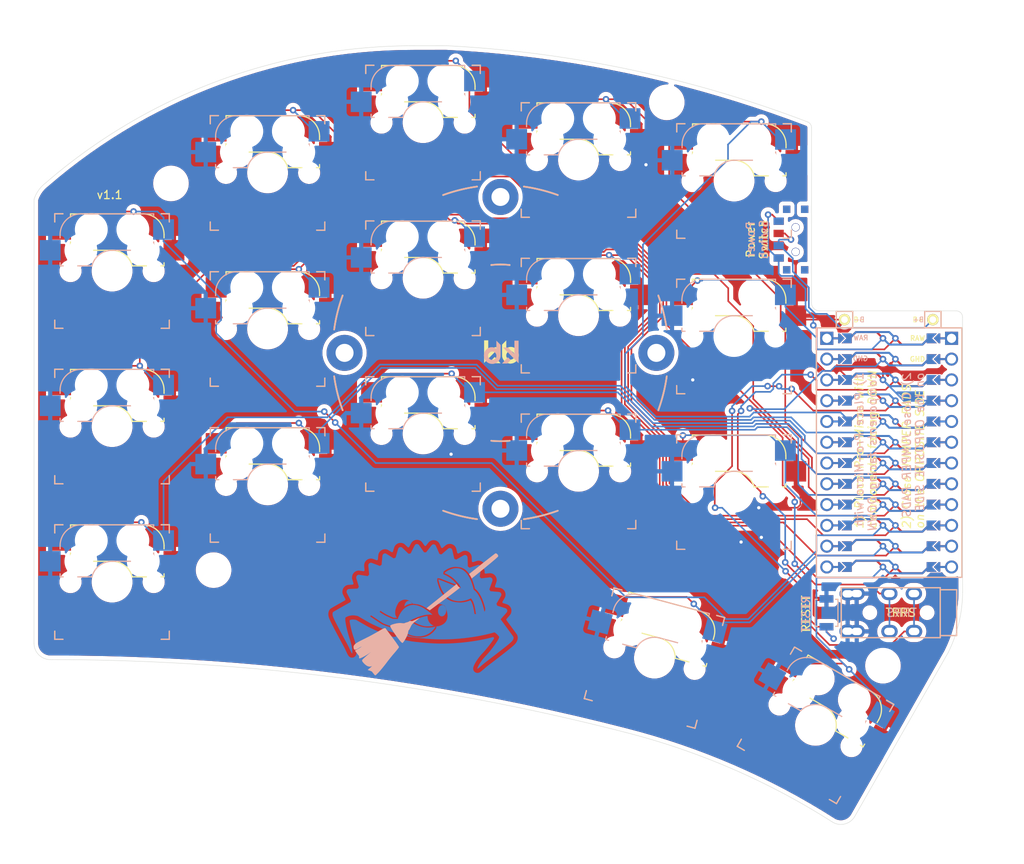
<source format=kicad_pcb>
(kicad_pcb (version 20211014) (generator pcbnew)
  (layers (0 "F.Cu" signal) (31 "B.Cu" signal) (34 "B.Paste" user) (35 "F.Paste" user) (36 "B.SilkS" user "B.Silkscreen") (37 "F.SilkS" user "F.Silkscreen") (38 "B.Mask" user) (39 "F.Mask" user) (44 "Edge.Cuts" user))
  (net 0 "")
  (net 1 "gnd")
  (net 2 "vcc")
  (net 3 "Switch18")
  (net 4 "reset")
  (net 5 "Switch1")
  (net 6 "Switch2")
  (net 7 "Switch3")
  (net 8 "Switch4")
  (net 9 "Switch5")
  (net 10 "Switch6")
  (net 11 "Switch7")
  (net 12 "Switch8")
  (net 13 "Switch9")
  (net 14 "Switch10")
  (net 15 "Switch11")
  (net 16 "Switch12")
  (net 17 "Switch13")
  (net 18 "Switch14")
  (net 19 "Switch15")
  (net 20 "Switch16")
  (net 21 "Switch17")
  (net 22 "raw")
  (net 23 "BT+_r")
  (net 24 "Net-(SW_POWERR1-Pad1)")
  (footprint "kbd:1pin_conn" (layer "F.Cu") (at 145.288 82.931)
    (fp_text reference "Bat+r1" hide)
    (fp_text value "MountingHole_Pad" hide)
  )
  (footprint "kbd:1pin_conn" (layer "F.Cu") (at 134.493 82.931)
    (fp_text reference "BatGND1" hide)
    (fp_text value "MountingHole_Pad" hide)
  )
  (footprint "Keyswitches by Daprice:Kailh_socket_MX_reversible_sameside" (layer "F.Cu") (at 45 77)
    (fp_text reference "SW2" hide)
    (fp_text value "SW_Push" hide)
  )
  (footprint "Keyswitches by Daprice:Kailh_socket_MX_reversible_sameside" (layer "F.Cu") (at 64 65)
    (fp_text reference "SW3" hide)
    (fp_text value "SW_Push" hide)
  )
  (footprint "Keyswitches by Daprice:Kailh_socket_MX_reversible_sameside" (layer "F.Cu") (at 83 58.86)
    (fp_text reference "SW4" hide)
    (fp_text value "SW_Push" hide)
  )
  (footprint "Keyswitches by Daprice:Kailh_socket_MX_reversible_sameside" (layer "F.Cu") (at 101.994 63.432)
    (fp_text reference "SW5" hide)
    (fp_text value "SW_Push" hide)
  )
  (footprint "Keyswitches by Daprice:Kailh_socket_MX_reversible_sameside" (layer "F.Cu") (at 121 66)
    (fp_text reference "SW6" hide)
    (fp_text value "SW_Push" hide)
  )
  (footprint "Keyswitches by Daprice:Kailh_socket_MX_reversible_sameside" (layer "F.Cu") (at 45 96)
    (fp_text reference "SW8" hide)
    (fp_text value "SW_Push" hide)
  )
  (footprint "Keyswitches by Daprice:Kailh_socket_MX_reversible_sameside" (layer "F.Cu") (at 64 84.074)
    (fp_text reference "SW9" hide)
    (fp_text value "SW_Push" hide)
  )
  (footprint "Keyswitches by Daprice:Kailh_socket_MX_reversible_sameside" (layer "F.Cu") (at 83 77.878)
    (fp_text reference "SW10" hide)
    (fp_text value "SW_Push" hide)
  )
  (footprint "Keyswitches by Daprice:Kailh_socket_MX_reversible_sameside" (layer "F.Cu") (at 102 82.45)
    (fp_text reference "SW11" hide)
    (fp_text value "SW_Push" hide)
  )
  (footprint "Keyswitches by Daprice:Kailh_socket_MX_reversible_sameside" (layer "F.Cu") (at 120.98 84.99)
    (fp_text reference "SW12" hide)
    (fp_text value "SW_Push" hide)
  )
  (footprint "Keyswitches by Daprice:Kailh_socket_MX_reversible_sameside" (layer "F.Cu") (at 45 115)
    (fp_text reference "SW14" hide)
    (fp_text value "SW_Push" hide)
  )
  (footprint "Keyswitches by Daprice:Kailh_socket_MX_reversible_sameside" (layer "F.Cu") (at 64.008 103.124)
    (fp_text reference "SW15" hide)
    (fp_text value "SW_Push" hide)
  )
  (footprint "Keyswitches by Daprice:Kailh_socket_MX_reversible_sameside" (layer "F.Cu") (at 102 101.468)
    (fp_text reference "SW17" hide)
    (fp_text value "SW_Push" hide)
  )
  (footprint "Keyswitches by Daprice:Kailh_socket_MX_reversible_sameside" (layer "F.Cu") (at 130.95 132.504 -30)
    (fp_text reference "SW20" hide)
    (fp_text value "SW_Push" hide)
  )
  (footprint "Keyswitches by Daprice:Kailh_socket_MX_reversible_sameside" (layer "F.Cu") (at 111.272 124.288 -15)
    (fp_text reference "SW21" hide)
    (fp_text value "SW_Push" hide)
  )
  (footprint "kbd:Tenting_Puck2" (layer "F.Cu") (at 92.456 86.995)
    (fp_text reference "REF**")
    (fp_text value "Tenting Puck")
  )
  (footprint "kbd:SW_SPST_B3U-1000P" (layer "F.Cu") (at 132.291 118.758 -90)
    (fp_text reference "RST_B" hide)
    (fp_text value "SW_Push")
  )
  (footprint "Keyswitches by Daprice:Kailh_socket_MX_reversible_sameside" (layer "F.Cu") (at 120.98 104.008)
    (fp_text reference "SW18" hide)
    (fp_text value "SW_Push" hide)
  )
  (footprint "Promicro-Jumpers:ProMicro_facedown" (layer "F.Cu") (at 139.954 99.187 -90)
    (fp_text reference "U1" hide)
    (fp_text value "ProMicro-kbd" hide)
  )
  (footprint "Kailh:TRRS-PJ-DPB2" (layer "F.Cu") (at 146.19 118.734 -90)
    (fp_text reference "J2")
    (fp_text value "AudioJack4dpb" hide)
  )
  (footprint "Keyswitches by Daprice:Kailh_socket_MX_reversible_sameside" (layer "F.Cu") (at 83 96.896)
    (fp_text reference "SW16" hide)
    (fp_text value "SW_Push" hide)
  )
  (footprint "duckyb-footprints:MountingHole_3.35mm" (layer "F.Cu") (at 52.197 66.294)
    (fp_text reference "Mounting 04" hide)
    (fp_text value "MountingHole_3.35mm")
  )
  (footprint "duckyb-footprints:MountingHole_3.35mm" (layer "F.Cu") (at 57.404 113.538)
    (fp_text reference "Mounting 03" hide)
    (fp_text value "MountingHole_3.35mm")
  )
  (footprint "Kailh:SPDT_C128955r" (layer "F.Cu") (at 128.524 73.152 -90)
    (fp_text reference "SW_POWERR_BK" hide)
    (fp_text value "SW_SPDT")
  )
  (footprint "duckyb-footprints:MountingHole_3.35mm" (layer "F.Cu") (at 139.192 125.222)
    (fp_text reference "Mounting 02" hide)
    (fp_text value "MountingHole_3.35mm")
  )
  (footprint "duckyb-footprints:MountingHole_3.35mm" (layer "F.Cu") (at 112.776 56.388)
    (fp_text reference "Mounting 01" hide)
    (fp_text value "MountingHole_3.35mm")
  )
  (footprint "Kailh:SPDT_C128955" (layer "B.Cu") (at 128.524 73.152 90)
    (fp_text reference "SW_POWERR1" hide)
    (fp_text value "SW_SPDT")
  )
  (footprint "kbd:SW_SPST_B3U-1000P" (layer "B.Cu") (at 132.289 118.758 -90)
    (fp_text reference "RST_F" hide)
    (fp_text value "SW_Push")
  )
  (footprint "Kailh:ferris_broom" (layer "B.Cu") (at 84.455 118.745 173)
    (fp_text reference "G***" hide)
    (fp_text value "LOGO" hide)
  )
  (gr_arc (start 148.162 81.866) (mid 148.69233 82.08567) (end 148.912 82.616) (layer "Edge.Cuts") (width 0.05))
  (gr_line (start 131.458 81.868917) (end 148.162 81.866) (layer "Edge.Cuts") (width 0.05))
  (gr_line (start 147.161679 123.613657) (end 135.71 143.699265) (layer "Edge.Cuts") (width 0.05))
  (gr_arc (start 148.924 116.248) (mid 148.462831 120.031316) (end 147.161679 123.613657) (layer "Edge.Cuts") (width 0.05))
  (gr_line (start 148.912 82.616) (end 148.912 113.7285) (layer "Edge.Cuts") (width 0.05))
  (gr_line (start 148.912 113.7285) (end 148.924 116.248) (layer "Edge.Cuts") (width 0.05))
  (gr_arc (start 131.458 81.868917) (mid 130.750893 81.576024) (end 130.458 80.868917) (layer "Edge.Cuts") (width 0.05))
  (gr_line (start 130.458 80.868917) (end 130.463 59.473) (layer "Edge.Cuts") (width 0.05))
  (gr_arc (start 35.465859 68.23732) (mid 36.022742 67.119147) (end 36.893 66.223) (layer "Edge.Cuts") (width 0.05))
  (gr_arc (start 85.843227 49.463504) (mid 108.303644 52.385453) (end 130.028245 58.79247) (layer "Edge.Cuts") (width 0.05))
  (gr_line (start 37.768 124.474571) (end 37.493002 124.473917) (layer "Edge.Cuts") (width 0.05))
  (gr_arc (start 107.797707 133.384137) (mid 120.821222 137.841207) (end 132.978 144.298) (layer "Edge.Cuts") (width 0.05))
  (gr_arc (start 37.768 124.474571) (mid 73.062876 126.72836) (end 107.797707 133.384137) (layer "Edge.Cuts") (width 0.05))
  (gr_arc (start 37.493002 124.473917) (mid 36.080534 123.924716) (end 35.458001 122.542999) (layer "Edge.Cuts") (width 0.05))
  (gr_arc (start 135.71 143.699265) (mid 134.468995 144.56898) (end 132.978 144.298) (layer "Edge.Cuts") (width 0.05))
  (gr_arc (start 130.028245 58.79247) (mid 130.345034 59.069226) (end 130.463 59.473) (layer "Edge.Cuts") (width 0.05))
  (gr_line (start 35.465859 68.23732) (end 35.458001 122.542999) (layer "Edge.Cuts") (width 0.05))
  (gr_line (start 85.843227 49.463504) (end 81.868 49.468) (layer "Edge.Cuts") (width 0.05))
  (gr_arc (start 36.893 66.223) (mid 57.870705 53.792798) (end 81.868 49.468) (layer "Edge.Cuts") (width 0.05))
  (gr_text "1) Place Pro-Micro with\ncomponents facing DOWN" (at 137.102 89.281 90) (layer "B.SilkS") (effects (font (size 1 1) (thickness 0.15) italic) (justify left mirror)))
  (gr_text "2) Close JUMPER PADS\non the OPPOSITE SIDE" (at 142.902 89.281 90) (layer "B.SilkS") (effects (font (size 1 1) (thickness 0.15) italic) (justify left mirror)))
  (gr_text "B+" (at 143.51 82.931) (layer "B.SilkS") (effects (font (size 0.6 0.6) (thickness 0.1)) (justify mirror)))
  (gr_text "Power\nSwitch" (at 123.825 73.152 90) (layer "B.SilkS") (effects (font (size 1 1)) (justify mirror)))
  (gr_text "GND" (at 135.4455 87.6935) (layer "B.SilkS") (effects (font (size 0.6 0.6) (thickness 0.12)) (justify right mirror)))
  (gr_text "RAW" (at 135.509 85.1535) (layer "B.SilkS") (effects (font (size 0.6 0.6) (thickness 0.12)) (justify right mirror)))
  (gr_text "B-" (at 136.271 82.931) (layer "B.SilkS") (effects (font (size 0.6 0.6) (thickness 0.1)) (justify mirror)))
  (gr_text "GND" (at 144.399 87.757) (layer "F.SilkS") (effects (font (size 0.6 0.6) (thickness 0.12)) (justify right)))
  (gr_text "B+" (at 143.51 82.931) (layer "F.SilkS") (effects (font (size 0.6 0.6) (thickness 0.1))))
  (gr_text "1) Place Pro-Micro with\ncomponents facing DOWN" (at 137.102 108.585 90) (layer "F.SilkS") (effects (font (size 1 1) (thickness 0.15) italic) (justify left)))
  (gr_text "v1.1" (at 44.704 67.691) (layer "F.SilkS") (effects (font (size 1 1))))
  (gr_text "2) Close JUMPER PADS\non the OPPOSITE SIDE" (at 142.902 108.585 90) (layer "F.SilkS") (effects (font (size 1 1) (thickness 0.15) italic) (justify left)))
  (gr_text "B-" (at 136.271 82.931) (layer "F.SilkS") (effects (font (size 0.6 0.6) (thickness 0.1))))
  (gr_text "Power\nSwitch" (at 123.825 73.152 90) (layer "F.SilkS") (effects (font (size 1 1))))
  (gr_text "RAW" (at 144.399 85.217) (layer "F.SilkS") (effects (font (size 0.6 0.6) (thickness 0.12)) (justify right)))
  (segment (start 128.54 101.468) (end 128.54 102.918) (width 0.2) (layer "F.Cu") (net 1))
  (segment (start 129.021 82.931) (end 128.54 82.45) (width 0.2) (layer "F.Cu") (net 1))
  (segment (start 139.192 89.281) (end 139.192 90.297) (width 0.2) (layer "F.Cu") (net 1))
  (segment (start 132.122999 89.196999) (end 134.027999 89.196999) (width 0.2) (layer "F.Cu") (net 1))
  (segment (start 128.54 102.918) (end 129.110026 103.488026) (width 0.2) (layer "F.Cu") (net 1))
  (segment (start 129.110026 103.488026) (end 129.110026 105.542476) (width 0.2) (layer "F.Cu") (net 1))
  (segment (start 128.54 82.45) (end 128.54 85.614) (width 0.2) (layer "F.Cu") (net 1))
  (segment (start 134.493 82.931) (end 129.021 82.931) (width 0.2) (layer "F.Cu") (net 1))
  (segment (start 128.734502 105.918) (end 124.0155 105.918) (width 0.2) (layer "F.Cu") (net 1))
  (segment (start 129.110026 105.542476) (end 128.734502 105.918) (width 0.2) (layer "F.Cu") (net 1))
  (segment (start 128.54 85.614) (end 132.122999 89.196999) (width 0.2) (layer "F.Cu") (net 1))
  (segment (start 140.716 87.757) (end 139.192 89.281) (width 0.2) (layer "F.Cu") (net 1))
  (segment (start 134.027999 89.196999) (end 135.128 90.297) (width 0.2) (layer "F.Cu") (net 1))
  (via (at 110.236 64.008) (size 0.8) (drill 0.4) (layers "F.Cu" "B.Cu") (net 1))
  (via (at 121.8565 110.109) (size 0.8) (drill 0.4) (layers "F.Cu" "B.Cu") (net 1))
  (via (at 86.4235 99.3775) (size 0.8) (drill 0.4) (layers "F.Cu" "B.Cu") (net 1))
  (via (at 124.0155 105.918) (size 0.8) (drill 0.4) (layers "F.Cu" "B.Cu") (net 1))
  (via (at 115.951 90.297) (size 0.8) (drill 0.4) (layers "F.Cu" "B.Cu") (net 1))
  (via (at 124.333 109.5375) (size 0.8) (drill 0.4) (layers "F.Cu" "B.Cu") (net 1))
  (segment (start 124.0155 109.22) (end 124.333 109.5375) (width 0.2) (layer "B.Cu") (net 1))
  (segment (start 139.192 90.297) (end 141.732 92.837) (width 0.2) (layer "B.Cu") (net 1))
  (segment (start 141.732 92.837) (end 144.78 92.837) (width 0.2) (layer "B.Cu") (net 1))
  (segment (start 124.0155 105.918) (end 124.0155 109.22) (width 0.2) (layer "B.Cu") (net 1))
  (segment (start 132.674998 122.682) (end 140.142 122.682) (width 0.2) (layer "F.Cu") (net 2))
  (segment (start 120.756533 94.08796) (end 120.756533 100.836493) (width 0.2) (layer "F.Cu") (net 2))
  (segment (start 141.79 121.034) (end 142.99 121.034) (width 0.2) (layer "F.Cu") (net 2))
  (segment (start 131.064 94.0435) (end 130.683 94.0435) (width 0.2) (layer "F.Cu") (net 2))
  (segment (start 118.636579 102.956447) (end 118.636579 105.873079) (width 0.2) (layer "F.Cu") (net 2))
  (segment (start 127.295246 113.674149) (end 129.58449 115.963393) (width 0.2) (layer "F.Cu") (net 2))
  (segment (start 118.636579 105.873079) (end 118.6815 105.918) (width 0.2) (layer "F.Cu") (net 2))
  (segment (start 125.107129 91.071129) (end 125.095 91.059) (width 0.2) (layer "F.Cu") (net 2))
  (segment (start 140.142 122.682) (end 141.79 121.034) (width 0.2) (layer "F.Cu") (net 2))
  (segment (start 120.756533 100.836493) (end 118.636579 102.956447) (width 0.2) (layer "F.Cu") (net 2))
  (segment (start 139.5095 94.0435) (end 131.064 94.0435) (width 0.2) (layer "F.Cu") (net 2))
  (segment (start 130.683 94.0435) (end 128.043425 91.403925) (width 0.2) (layer "F.Cu") (net 2))
  (segment (start 126.495012 91.071129) (end 125.107129 91.071129) (width 0.2) (layer "F.Cu") (net 2))
  (segment (start 129.58449 119.591492) (end 132.674998 122.682) (width 0.2) (layer "F.Cu") (net 2))
  (segment (start 140.716 92.837) (end 139.5095 94.0435) (width 0.2) (layer "F.Cu") (net 2))
  (segment (start 129.58449 115.963393) (end 129.58449 119.591492) (width 0.2) (layer "F.Cu") (net 2))
  (via (at 125.095 91.059) (size 0.8) (drill 0.4) (layers "F.Cu" "B.Cu") (net 2))
  (via (at 126.495012 91.071129) (size 0.8) (drill 0.4) (layers "F.Cu" "B.Cu") (net 2))
  (via (at 128.043425 91.403925) (size 0.8) (drill 0.4) (layers "F.Cu" "B.Cu") (net 2))
  (via (at 120.756533 94.08796) (size 0.8) (drill 0.4) (layers "F.Cu" "B.Cu") (net 2))
  (via (at 127.295246 113.674149) (size 0.8) (drill 0.4) (layers "F.Cu" "B.Cu") (net 2))
  (via (at 118.6815 105.918) (size 0.8) (drill 0.4) (layers "F.Cu" "B.Cu") (net 2))
  (segment (start 142.99 121.034) (end 142.99 116.424) (width 0.2) (layer "B.Cu") (net 2))
  (segment (start 119.539097 105.918) (end 127.295246 113.674149) (width 0.2) (layer "B.Cu") (net 2))
  (segment (start 120.756533 93.522275) (end 123.219808 91.059) (width 0.2) (layer "B.Cu") (net 2))
  (segment (start 142.99 116.424) (end 142.97 116.404) (width 0.2) (layer "B.Cu") (net 2))
  (segment (start 123.219808 91.059) (end 124.529315 91.059) (width 0.2) (layer "B.Cu") (net 2))
  (segment (start 124.529315 91.059) (end 125.095 91.059) (width 0.2) (layer "B.Cu") (net 2))
  (segment (start 118.6815 105.918) (end 119.539097 105.918) (width 0.2) (layer "B.Cu") (net 2))
  (segment (start 126.827808 91.403925) (end 126.495012 91.071129) (width 0.2) (layer "B.Cu") (net 2))
  (segment (start 128.043425 91.403925) (end 126.827808 91.403925) (width 0.2) (layer "B.Cu") (net 2))
  (segment (start 120.756533 94.08796) (end 120.756533 93.522275) (width 0.2) (layer "B.Cu") (net 2))
  (segment (start 128.410025 104.64079) (end 126.9365 103.167265) (width 0.2) (layer "F.Cu") (net 3))
  (segment (start 128.410025 105.206475) (end 128.410025 104.64079) (width 0.2) (layer "F.Cu") (net 3))
  (segment (start 123.363201 93.772201) (end 122.919251 93.772201) (width 0.2) (layer "F.Cu") (net 3))
  (segment (start 128.410025 112.762975) (end 130.95104 115.30399) (width 0.2) (layer "F.Cu") (net 3))
  (segment (start 130.95104 115.30399) (end 137.66999 115.30399) (width 0.2) (layer "F.Cu") (net 3))
  (segment (start 138.77 116.404) (end 139.97 116.404) (width 0.2) (layer "F.Cu") (net 3))
  (segment (start 126.9365 97.3455) (end 123.363201 93.772201) (width 0.2) (layer "F.Cu") (net 3))
  (segment (start 126.9365 103.167265) (end 126.9365 97.3455) (width 0.2) (layer "F.Cu") (net 3))
  (segment (start 137.66999 115.30399) (end 138.77 116.404) (width 0.2) (layer "F.Cu") (net 3))
  (via (at 122.919251 93.772201) (size 0.8) (drill 0.4) (layers "F.Cu" "B.Cu") (net 3))
  (via (at 128.410025 112.762975) (size 0.8) (drill 0.4) (layers "F.Cu" "B.Cu") (net 3))
  (via (at 128.410025 105.206475) (size 0.8) (drill 0.4) (layers "F.Cu" "B.Cu") (net 3))
  (segment (start 139.99 121.034) (end 139.99 116.424) (width 0.2) (layer "B.Cu") (net 3))
  (segment (start 128.410025 112.762975) (end 128.410025 105.206475) (width 0.2) (layer "B.Cu") (net 3))
  (segment (start 138.29199 88.65701) (end 133.33899 88.65701) (width 0.2) (layer "B.Cu") (net 3))
  (segment (start 132.799001 89.196999) (end 131.805999 89.196999) (width 0.2) (layer "B.Cu") (net 3))
  (segment (start 123.024039 93.876989) (end 127.126009 93.876989) (width 0.2) (layer "B.Cu") (net 3))
  (segment (start 133.33899 88.65701) (end 132.799001 89.196999) (width 0.2) (layer "B.Cu") (net 3))
  (segment (start 139.99 116.424) (end 139.97 116.404) (width 0.2) (layer "B.Cu") (net 3))
  (segment (start 122.919251 93.772201) (end 123.024039 93.876989) (width 0.2) (layer "B.Cu") (net 3))
  (segment (start 131.805999 89.196999) (end 127.126009 93.876989) (width 0.2) (layer "B.Cu") (net 3))
  (segment (start 139.192 87.757) (end 138.29199 88.65701) (width 0.2) (layer "B.Cu") (net 3))
  (segment (start 129.9845 119.3165) (end 131.126 120.458) (width 0.2) (layer "F.Cu") (net 4))
  (segment (start 131.126 120.458) (end 132.291 120.458) (width 0.2) (layer "F.Cu") (net 4))
  (segment (start 132.291 120.458) (end 132.291 121.0515) (width 0.2) (layer "F.Cu") (net 4))
  (segment (start 139.5095 91.5035) (end 131.064 91.5035) (width 0.2) (layer "F.Cu") (net 4))
  (segment (start 131.064 90.3605) (end 130.358274 89.654774) (width 0.2) (layer "F.Cu") (net 4))
  (segment (start 124.254797 104.264997) (end 124.254797 103.960197) (width 0.2) (layer "F.Cu") (net 4))
  (segment (start 140.716 90.297) (end 139.5095 91.5035) (width 0.2) (layer "F.Cu") (net 4))
  (segment (start 124.254797 103.960197) (end 121.456501 101.161901) (width 0.2) (layer "F.Cu") (net 4))
  (segment (start 129.9845 115.373452) (end 129.9845 119.3165) (width 0.2) (layer "F.Cu") (net 4))
  (segment (start 127.248922 112.591822) (end 127.248922 112.637874) (width 0.2) (layer "F.Cu") (net 4))
  (segment (start 124.5108 104.521) (end 124.254797 104.264997) (width 0.2) (layer "F.Cu") (net 4))
  (segment (start 132.291 121.0515) (end 133.1595 121.92) (width 0.2) (layer "F.Cu") (net 4))
  (segment (start 131.064 91.5035) (end 131.064 90.3605) (width 0.2) (layer "F.Cu") (net 4))
  (segment (start 121.456501 94.487959) (end 121.8565 94.08796) (width 0.2) (layer "F.Cu") (net 4))
  (segment (start 121.456501 101.161901) (end 121.456501 94.487959) (width 0.2) (layer "F.Cu") (net 4))
  (segment (start 127.248922 112.637874) (end 129.9845 115.373452) (width 0.2) (layer "F.Cu") (net 4))
  (via (at 133.1595 121.92) (size 0.8) (drill 0.4) (layers "F.Cu" "B.Cu") (net 4))
  (via (at 130.358274 89.654774) (size 0.8) (drill 0.4) (layers "F.Cu" "B.Cu") (net 4))
  (via (at 124.5108 104.521) (size 0.8) (drill 0.4) (layers "F.Cu" "B.Cu") (net 4))
  (via (at 127.248922 112.591822) (size 0.8) (drill 0.4) (layers "F.Cu" "B.Cu") (net 4))
  (via (at 121.8565 94.08796) (size 0.8) (drill 0.4) (layers "F.Cu" "B.Cu") (net 4))
  (segment (start 125.431002 91.759002) (end 123.619773 91.759002) (width 0.2) (layer "B.Cu") (net 4))
  (segment (start 127.248922 106.963436) (end 127.248922 112.591822) (width 0.2) (layer "B.Cu") (net 4))
  (segment (start 132.289 121.108) (end 132.289 120.458) (width 0.2) (layer "B.Cu") (net 4))
  (segment (start 132.701001 121.520001) (end 132.289 121.108) (width 0.2) (layer "B.Cu") (net 4))
  (segment (start 132.759501 121.520001) (end 132.701001 121.520001) (width 0.2) (layer "B.Cu") (net 4))
  (segment (start 125.795002 91.395002) (end 125.431002 91.759002) (width 0.2) (layer "B.Cu") (net 4))
  (segment (start 125.795002 90.722998) (end 125.795002 91.395002) (width 0.2) (layer "B.Cu") (net 4))
  (segment (start 124.806486 104.521) (end 127.248922 106.963436) (width 0.2) (layer "B.Cu") (net 4))
  (segment (start 121.8565 93.522275) (end 121.8565 94.08796) (width 0.2) (layer "B.Cu") (net 4))
  (segment (start 124.5108 104.521) (end 124.806486 104.521) (width 0.2) (layer "B.Cu") (net 4))
  (segment (start 130.358274 89.654774) (end 126.863226 89.654774) (width 0.2) (layer "B.Cu") (net 4))
  (segment (start 126.863226 89.654774) (end 125.795002 90.722998) (width 0.2) (layer "B.Cu") (net 4))
  (segment (start 133.1595 121.92) (end 132.759501 121.520001) (width 0.2) (layer "B.Cu") (net 4))
  (segment (start 123.619773 91.759002) (end 121.8565 93.522275) (width 0.2) (layer "B.Cu") (net 4))
  (segment (start 38.71 71.92) (end 38.735 71.92) (width 0.2) (layer "F.Cu") (net 5))
  (segment (start 38.735 71.92) (end 40.932 69.723) (width 0.2) (layer "F.Cu") (net 5))
  (segment (start 70.9295 94.167499) (end 70.9295 94.1705) (width 0.2) (layer "F.Cu") (net 5))
  (segment (start 70.9295 94.1705) (end 72.263 95.504) (width 0.2) (layer "F.Cu") (net 5))
  (segment (start 40.932 69.723) (end 47.625 69.723) (width 0.2) (layer "F.Cu") (net 5))
  (via (at 47.625 69.723) (size 0.8) (drill 0.4) (layers "F.Cu" "B.Cu") (net 5))
  (via (at 72.263 95.504) (size 0.8) (drill 0.4) (layers "F.Cu" "B.Cu") (net 5))
  (via (at 70.9295 94.167499) (size 0.8) (drill 0.4) (layers "F.Cu" "B.Cu") (net 5))
  (segment (start 51.29 71.92) (end 51.29 73.37) (width 0.2) (layer "B.Cu") (net 5))
  (segment (start 107.7849 116.8654) (end 117.375578 116.8654) (width 0.2) (layer "B.Cu") (net 5))
  (segment (start 58.3184 80.3984) (end 58.3184 82.977947) (width 0.2) (layer "B.Cu") (net 5))
  (segment (start 57.719579 84.576913) (end 67.310165 94.167499) (width 0.2) (layer "B.Cu") (net 5))
  (segment (start 58.3184 82.977947) (end 57.719579 83.576768) (width 0.2) (layer "B.Cu") (net 5))
  (segment (start 122.740573 119.517729) (end 131.064 111.194302) (width 0.2) (layer "B.Cu") (net 5))
  (segment (start 50.543 69.723) (end 51.29 70.47) (width 0.2) (layer "B.Cu") (net 5))
  (segment (start 117.375578 116.8654) (end 120.027907 119.517729) (width 0.2) (layer "B.Cu") (net 5))
  (segment (start 57.719579 83.576768) (end 57.719579 84.576913) (width 0.2) (layer "B.Cu") (net 5))
  (segment (start 131.064 109.2835) (end 137.9855 109.2835) (width 0.2) (layer "B.Cu") (net 5))
  (segment (start 77.216 100.457) (end 91.3765 100.457) (width 0.2) (layer "B.Cu") (net 5))
  (segment (start 51.29 70.47) (end 51.29 71.92) (width 0.2) (layer "B.Cu") (net 5))
  (segment (start 51.29 73.37) (end 58.3184 80.3984) (width 0.2) (layer "B.Cu") (net 5))
  (segment (start 47.625 69.723) (end 50.543 69.723) (width 0.2) (layer "B.Cu") (net 5))
  (segment (start 72.263 95.504) (end 77.216 100.457) (width 0.2) (layer "B.Cu") (net 5))
  (segment (start 137.9855 109.2835) (end 139.192 108.077) (width 0.2) (layer "B.Cu") (net 5))
  (segment (start 120.027907 119.517729) (end 122.740573 119.517729) (width 0.2) (layer "B.Cu") (net 5))
  (segment (start 91.3765 100.457) (end 107.7849 116.8654) (width 0.2) (layer "B.Cu") (net 5))
  (segment (start 131.064 111.194302) (end 131.064 109.2835) (width 0.2) (layer "B.Cu") (net 5))
  (segment (start 67.310165 94.167499) (end 70.9295 94.167499) (width 0.2) (layer "B.Cu") (net 5))
  (segment (start 60.3145 57.3405) (end 67.1195 57.3405) (width 0.2) (layer "F.Cu") (net 6))
  (segment (start 139.36301 104.34999) (end 131.08349 104.34999) (width 0.2) (layer "F.Cu") (net 6))
  (segment (start 140.716 102.997) (end 139.36301 104.34999) (width 0.2) (layer "F.Cu") (net 6))
  (segment (start 77.20999 65.044988) (end 69.505502 57.3405) (width 0.2) (layer "F.Cu") (net 6))
  (segment (start 131.08349 104.34999) (end 130.115001 103.381501) (width 0.2) (layer "F.Cu") (net 6))
  (segment (start 120.329166 91.1225) (end 112.735041 83.528375) (width 0.2) (layer "F.Cu") (net 6))
  (segment (start 121.2792 91.1225) (end 120.329166 91.1225) (width 0.2) (layer "F.Cu") (net 6))
  (segment (start 108.134766 73.156969) (end 101.93367 73.156969) (width 0.2) (layer "F.Cu") (net 6))
  (segment (start 130.115001 103.381501) (end 130.115001 99.958301) (width 0.2) (layer "F.Cu") (net 6))
  (segment (start 67.685185 57.3405) (end 67.1195 57.3405) (width 0.2) (layer "F.Cu") (net 6))
  (segment (start 112.735041 83.528375) (end 112.735041 77.757244) (width 0.2) (layer "F.Cu") (net 6))
  (segment (start 93.82169 65.044988) (end 77.20999 65.044988) (width 0.2) (layer "F.Cu") (net 6))
  (segment (start 112.735041 77.757244) (end 108.134766 73.156969) (width 0.2) (layer "F.Cu") (net 6))
  (segment (start 57.735 59.92) (end 60.3145 57.3405) (width 0.2) (layer "F.Cu") (net 6))
  (segment (start 130.115001 99.958301) (end 121.2792 91.1225) (width 0.2) (layer "F.Cu") (net 6))
  (segment (start 69.505502 57.3405) (end 67.685185 57.3405) (width 0.2) (layer "F.Cu") (net 6))
  (segment (start 57.71 59.92) (end 57.735 59.92) (width 0.2) (layer "F.Cu") (net 6))
  (segment (start 101.93367 73.156969) (end 93.82169 65.044988) (width 0.2) (layer "F.Cu") (net 6))
  (via (at 67.1195 57.3405) (size 0.8) (drill 0.4) (layers "F.Cu" "B.Cu") (net 6))
  (segment (start 67.1195 57.3405) (end 69.699 59.92) (width 0.2) (layer "B.Cu") (net 6))
  (segment (start 69.699 59.92) (end 70.29 59.92) (width 0.2) (layer "B.Cu") (net 6))
  (segment (start 131.08349 101.80999) (end 130.515012 101.241512) (width 0.2) (layer "F.Cu") (net 7))
  (segment (start 76.71 53.78) (end 76.735 53.78) (width 0.2) (layer "F.Cu") (net 7))
  (segment (start 76.735 53.78) (end 79.207 51.308) (width 0.2) (layer "F.Cu") (net 7))
  (segment (start 139.36301 101.80999) (end 131.08349 101.80999) (width 0.2) (layer "F.Cu") (net 7))
  (segment (start 120.289521 80.676098) (end 120.289521 79.095519) (width 0.2) (layer "F.Cu") (net 7))
  (segment (start 103.931956 72.756958) (end 88.659521 57.484523) (width 0.2) (layer "F.Cu") (net 7))
  (segment (start 88.659521 52.972521) (end 86.995 51.308) (width 0.2) (layer "F.Cu") (net 7))
  (segment (start 120.289521 79.095519) (end 118.551236 77.357234) (width 0.2) (layer "F.Cu") (net 7))
  (segment (start 130.515012 101.241512) (end 130.515012 99.792612) (width 0.2) (layer "F.Cu") (net 7))
  (segment (start 79.207 51.308) (end 86.995 51.308) (width 0.2) (layer "F.Cu") (net 7))
  (segment (start 140.716 100.457) (end 139.36301 101.80999) (width 0.2) (layer "F.Cu") (net 7))
  (segment (start 130.515012 99.792612) (end 123.3424 92.62) (width 0.2) (layer "F.Cu") (net 7))
  (segment (start 123.3424 92.62) (end 123.3424 83.728977) (width 0.2) (layer "F.Cu") (net 7))
  (segment (start 108.300455 72.756958) (end 103.931956 72.756958) (width 0.2) (layer "F.Cu") (net 7))
  (segment (start 118.551236 77.357234) (end 112.90073 77.357233) (width 0.2) (layer "F.Cu") (net 7))
  (segment (start 88.659521 57.484523) (end 88.659521 52.972521) (width 0.2) (layer "F.Cu") (net 7))
  (segment (start 123.3424 83.728977) (end 120.289521 80.676098) (width 0.2) (layer "F.Cu") (net 7))
  (segment (start 112.90073 77.357233) (end 108.300455 72.756958) (width 0.2) (layer "F.Cu") (net 7))
  (via (at 86.995 51.308) (size 0.8) (drill 0.4) (layers "F.Cu" "B.Cu") (net 7))
  (segment (start 89.29 53.603) (end 89.29 53.78) (width 0.2) (layer "B.Cu") (net 7))
  (segment (start 86.995 51.308) (end 89.29 53.603) (width 0.2) (layer "B.Cu") (net 7))
  (segment (start 98.074 56.007) (end 105.3465 56.007) (width 0.2) (layer "F.Cu") (net 8))
  (segment (start 140.716 97.917) (end 139.36301 99.26999) (width 0.2) (layer "F.Cu") (net 8))
  (segment (start 127.260421 85.487232) (end 127.260421 84.309021) (width 0.2) (layer "F.Cu") (net 8))
  (segment (start 113.066418 66.792416) (end 113.066418 61.339416) (width 0.2) (layer "F.Cu") (net 8))
  (segment (start 95.729 58.352) (end 98.074 56.007) (width 0.2) (layer "F.Cu") (net 8))
  (segment (start 126.6952 80.421198) (end 113.066418 66.792416) (width 0.2) (layer "F.Cu") (net 8))
  (segment (start 127.260421 84.309021) (end 126.6952 83.7438) (width 0.2) (layer "F.Cu") (net 8))
  (segment (start 107.734002 56.007) (end 105.3465 56.007) (width 0.2) (layer "F.Cu") (net 8))
  (segment (start 139.36301 99.26999) (end 131.08349 99.26999) (width 0.2) (layer "F.Cu") (net 8))
  (segment (start 95.704 58.352) (end 95.729 58.352) (width 0.2) (layer "F.Cu") (net 8))
  (segment (start 126.6952 83.7438) (end 126.6952 80.421198) (width 0.2) (layer "F.Cu") (net 8))
  (segment (start 127.254 95.4405) (end 127.254 85.493653) (width 0.2) (layer "F.Cu") (net 8))
  (segment (start 113.066418 61.339416) (end 107.734002 56.007) (width 0.2) (layer "F.Cu") (net 8))
  (segment (start 127.254 85.493653) (end 127.260421 85.487232) (width 0.2) (layer "F.Cu") (net 8))
  (segment (start 131.08349 99.26999) (end 127.254 95.4405) (width 0.2) (layer "F.Cu") (net 8))
  (via (at 105.3465 56.007) (size 0.8) (drill 0.4) (layers "F.Cu" "B.Cu") (net 8))
  (segment (start 107.6915 58.352) (end 108.284 58.352) (width 0.2) (layer "B.Cu") (net 8))
  (segment (start 105.3465 56.007) (end 107.6915 58.352) (width 0.2) (layer "B.Cu") (net 8))
  (segment (start 116.9175 58.7375) (end 124.333 58.7375) (width 0.2) (layer "F.Cu") (net 9))
  (segment (start 114.735 60.92) (end 116.9175 58.7375) (width 0.2) (layer "F.Cu") (net 9))
  (segment (start 114.71 60.92) (end 114.735 60.92) (width 0.2) (layer "F.Cu") (net 9))
  (via (at 124.333 58.7375) (size 0.8) (drill 0.4) (layers "F.Cu" "B.Cu") (net 9))
  (segment (start 107.696 91.031902) (end 111.452058 94.78796) (width 0.2) (layer "B.Cu") (net 9))
  (segment (start 122.893244 94.78796) (end 123.404205 94.276999) (width 0.2) (layer "B.Cu") (net 9))
  (segment (start 109.865001 84.935997) (end 107.696 87.104998) (width 0.2) (layer "B.Cu") (net 9))
  (segment (start 124.333 58.7375) (end 123.058498 58.7375) (width 0.2) (layer "B.Cu") (net 9))
  (segment (start 123.058498 58.7375) (end 120.260001 61.535997) (width 0.2) (layer "B.Cu") (net 9))
  (segment (start 126.5155 60.92) (end 127.29 60.92) (width 0.2) (layer "B.Cu") (net 9))
  (segment (start 120.260001 63.376212) (end 109.865001 73.771212) (width 0.2) (layer "B.Cu") (net 9))
  (segment (start 111.452058 94.78796) (end 122.893244 94.78796) (width 0.2) (layer "B.Cu") (net 9))
  (segment (start 107.696 87.104998) (end 107.696 91.031902) (width 0.2) (layer "B.Cu") (net 9))
  (segment (start 134.027999 94.276999) (end 135.128 95.377) (width 0.2) (layer "B.Cu") (net 9))
  (segment (start 124.333 58.7375) (end 126.5155 60.92) (width 0.2) (layer "B.Cu") (net 9))
  (segment (start 123.404205 94.276999) (end 134.027999 94.276999) (width 0.2) (layer "B.Cu") (net 9))
  (segment (start 120.260001 61.535997) (end 120.260001 63.376212) (width 0.2) (layer "B.Cu") (net 9))
  (segment (start 109.865001 73.771212) (end 109.865001 84.935997) (width 0.2) (layer "B.Cu") (net 9))
  (segment (start 93.656001 65.444999) (end 101.767981 73.55698) (width 0.2) (layer "F.Cu") (net 10))
  (segment (start 38.71 90.92) (end 38.735 90.92) (width 0.2) (layer "F.Cu") (net 10))
  (segment (start 112.33503 77.922933) (end 112.33503 82.52907) (width 0.2) (layer "F.Cu") (net 10))
  (segment (start 139.36301 106.88999) (end 140.556902 105.696098) (width 0.2) (layer "F.Cu") (net 10))
  (segment (start 117.078657 106.88999) (end 139.36301 106.88999) (width 0.2) (layer "F.Cu") (net 10))
  (segment (start 108.458 92.964) (end 113.114999 97.620999) (width 0.2) (layer "F.Cu") (net 10))
  (segment (start 38.735 90.92) (end 41.0725 88.5825) (width 0.2) (layer "F.Cu") (net 10))
  (segment (start 107.969077 73.55698) (end 112.33503 77.922933) (width 0.2) (layer "F.Cu") (net 10))
  (segment (start 140.556902 105.696098) (end 140.716 105.537) (width 0.2) (layer "F.Cu") (net 10))
  (segment (start 101.767981 73.55698) (end 107.969077 73.55698) (width 0.2) (layer "F.Cu") (net 10))
  (segment (start 108.458 86.4061) (end 108.458 92.964) (width 0.2) (layer "F.Cu") (net 10))
  (segment (start 48.387 88.5825) (end 48.387 85.251998) (width 0.2) (layer "F.Cu") (net 10))
  (segment (start 78.108499 65.444999) (end 93.656001 65.444999) (width 0.2) (layer "F.Cu") (net 10))
  (segment (start 41.0725 88.5825) (end 48.387 88.5825) (width 0.2) (layer "F.Cu") (net 10))
  (segment (start 48.387 85.251998) (end 57.267508 76.37149) (width 0.2) (layer "F.Cu") (net 10))
  (segment (start 112.33503 82.52907) (end 108.458 86.4061) (width 0.2) (layer "F.Cu") (net 10))
  (segment (start 113.114999 102.926332) (end 117.078657 106.88999) (width 0.2) (layer "F.Cu") (net 10))
  (segment (start 67.182008 76.37149) (end 78.108499 65.444999) (width 0.2) (layer "F.Cu") (net 10))
  (segment (start 113.114999 97.620999) (end 113.114999 102.926332) (width 0.2) (layer "F.Cu") (net 10))
  (segment (start 57.267508 76.37149) (end 67.182008 76.37149) (width 0.2) (layer "F.Cu") (net 10))
  (via (at 48.387 88.5825) (size 0.8) (drill 0.4) (layers "F.Cu" "B.Cu") (net 10))
  (segment (start 50.7245 90.92) (end 51.29 90.92) (width 0.2) (layer "B.Cu") (net 10))
  (segment (start 48.387 88.5825) (end 50.7245 90.92) (width 0.2) (layer "B.Cu") (net 10))
  (segment (start 131.8895 109.2835) (end 139.5095 109.2835) (width 0.2) (layer "F.Cu") (net 11))
  (segment (start 74.4855 70.104) (end 87.459502 70.104) (width 0.2) (layer "F.Cu") (net 11))
  (segment (start 94.555992 70.749296) (end 98.063677 74.256981) (width 0.2) (layer "F.Cu") (net 11))
  (segment (start 94.355187 70.548489) (end 94.555992 70.749296) (width 0.2) (layer "F.Cu") (net 11))
  (segment (start 112.714988 103.092021) (end 116.937967 107.315) (width 0.2) (layer "F.Cu") (net 11))
  (segment (start 108.057989 93.129689) (end 112.714988 97.786688) (width 0.2) (layer "F.Cu") (net 11))
  (segment (start 105.22581 73.95699) (end 107.803392 73.95699) (width 0.2) (layer "F.Cu") (net 11))
  (segment (start 139.5095 109.2835) (end 140.556902 108.236098) (width 0.2) (layer "F.Cu") (net 11))
  (segment (start 98.063677 74.256981) (end 104.925819 74.256981) (width 0.2) (layer "F.Cu") (net 11))
  (segment (start 57.735 78.994) (end 59.9575 76.7715) (width 0.2) (layer "F.Cu") (net 11))
  (segment (start 129.921 107.315) (end 131.8895 109.2835) (width 0.2) (layer "F.Cu") (net 11))
  (segment (start 59.9575 76.7715) (end 67.818 76.7715) (width 0.2) (layer "F.Cu") (net 11))
  (segment (start 87.903991 70.548489) (end 94.355187 70.548489) (width 0.2) (layer "F.Cu") (net 11))
  (segment (start 111.935023 78.088621) (end 111.935023 82.363377) (width 0.2) (layer "F.Cu") (net 11))
  (segment (start 112.714988 97.786688) (end 112.714988 103.092021) (width 0.2) (layer "F.Cu") (net 11))
  (segment (start 111.935023 82.363377) (end 108.057989 86.240411) (width 0.2) (layer "F.Cu") (net 11))
  (segment (start 140.556902 108.236098) (end 140.716 108.077) (width 0.2) (layer "F.Cu") (net 11))
  (segment (start 107.803392 73.95699) (end 111.935023 78.088621) (width 0.2) (layer "F.Cu") (net 11))
  (segment (start 57.71 78.994) (end 57.735 78.994) (width 0.2) (layer "F.Cu") (net 11))
  (segment (start 108.057989 86.240411) (end 108.057989 93.129689) (width 0.2) (layer "F.Cu") (net 11))
  (segment (start 87.459502 70.104) (end 87.903991 70.548489) (width 0.2) (layer "F.Cu") (net 11))
  (segment (start 116.937967 107.315) (end 129.921 107.315) (width 0.2) (layer "F.Cu") (net 11))
  (segment (start 67.818 76.7715) (end 74.4855 70.104) (width 0.2) (layer "F.Cu") (net 11))
  (segment (start 104.925819 74.256981) (end 105.22581 73.95699) (width 0.2) (layer "F.Cu") (net 11))
  (via (at 67.818 76.7715) (size 0.8) (drill 0.4) (layers "F.Cu" "B.Cu") (net 11))
  (segment (start 67.818 76.7715) (end 70.0405 78.994) (width 0.2) (layer "B.Cu") (net 11))
  (segment (start 70.0405 78.994) (end 70.29 78.994) (width 0.2) (layer "B.Cu") (net 11))
  (segment (start 87.267999 71.204009) (end 86.868 70.80401) (width 0.2) (layer "F.Cu") (net 12))
  (segment (start 78.9845 70.5485) (end 86.046805 70.5485) (width 0.2) (layer "F.Cu") (net 12))
  (segment (start 94.445005 71.204009) (end 87.267999 71.204009) (width 0.2) (layer "F.Cu") (net 12))
  (segment (start 86.302315 70.80401) (end 86.868 70.80401) (width 0.2) (layer "F.Cu") (net 12))
  (segment (start 116.772278 107.715011) (end 112.314977 103.25771) (width 0.2) (layer "F.Cu") (net 12))
  (segment (start 107.637703 74.357001) (end 105.391499 74.357001) (width 0.2) (layer "F.Cu") (net 12))
  (segment (start 86.046805 70.5485) (end 86.302315 70.80401) (width 0.2) (layer "F.Cu") (net 12))
  (segment (start 140.716 110.617) (end 139.573 111.76) (width 0.2) (layer "F.Cu") (net 12))
  (segment (start 131.064 111.76) (end 127.019011 107.715011) (width 0.2) (layer "F.Cu") (net 12))
  (segment (start 76.71 72.798) (end 76.735 72.798) (width 0.2) (layer "F.Cu") (net 12))
  (segment (start 127.019011 107.715011) (end 116.772278 107.715011) (width 0.2) (layer "F.Cu") (net 12))
  (segment (start 105.391499 74.357001) (end 105.091508 74.656992) (width 0.2) (layer "F.Cu") (net 12))
  (segment (start 111.535012 82.197688) (end 111.535012 78.25431) (width 0.2) (layer "F.Cu") (net 12))
  (segment (start 107.657978 86.074722) (end 111.535012 82.197688) (width 0.2) (layer "F.Cu") (net 12))
  (segment (start 107.657978 93.295378) (end 107.657978 86.074722) (width 0.2) (layer "F.Cu") (net 12))
  (segment (start 111.535012 78.25431) (end 107.637703 74.357001) (width 0.2) (layer "F.Cu") (net 12))
  (segment (start 112.314977 103.25771) (end 112.314977 97.952377) (width 0.2) (layer "F.Cu") (net 12))
  (segment (start 105.091508 74.656992) (end 97.897988 74.656992) (width 0.2) (layer "F.Cu") (net 12))
  (segment (start 112.314977 97.952377) (end 107.657978 93.295378) (width 0.2) (layer "F.Cu") (net 12))
  (segment (start 76.735 72.798) (end 78.9845 70.5485) (width 0.2) (layer "F.Cu") (net 12))
  (segment (start 97.897988 74.656992) (end 94.445005 71.204009) (width 0.2) (layer "F.Cu") (net 12))
  (segment (start 139.573 111.76) (end 131.064 111.76) (width 0.2) (layer "F.Cu") (net 12))
  (via (at 86.868 70.80401) (size 0.8) (drill 0.4) (layers "F.Cu" "B.Cu") (net 12))
  (segment (start 89.29 72.798) (end 89.265 72.798) (width 0.2) (layer "B.Cu") (net 12))
  (segment (start 87.27101 70.80401) (end 86.868 70.80401) (width 0.2) (layer "B.Cu") (net 12))
  (segment (start 89.265 72.798) (end 87.27101 70.80401) (width 0.2) (layer "B.Cu") (net 12))
  (segment (start 107.257967 85.909033) (end 111.135001 82.031999) (width 0.2) (layer "F.Cu") (net 13))
  (segment (start 95.735 77.37) (end 98.047989 75.057011) (width 0.2) (layer "F.Cu") (net 13))
  (segment (start 131.064 114.427) (end 124.752022 108.115022) (width 0.2) (layer "F.Cu") (net 13))
  (segment (start 107.772013 75.057011) (end 106.293185 75.057011) (width 0.2) (layer "F.Cu") (net 13))
  (segment (start 107.257967 93.461067) (end 107.257967 85.909033) (width 0.2) (layer "F.Cu") (net 13))
  (segment (start 111.914966 98.118066) (end 107.257967 93.461067) (width 0.2) (layer "F.Cu") (net 13))
  (segment (start 116.606589 108.115022) (end 111.914966 103.4234) (width 0.2) (layer "F.Cu") (net 13))
  (segment (start 95.71 77.37) (end 95.735 77.37) (width 0.2) (layer "F.Cu") (net 13))
  (segment (start 111.914966 103.4234) (end 111.914966 98.118066) (width 0.2) (layer "F.Cu") (net 13))
  (segment (start 111.135001 82.031999) (end 111.135001 78.419999) (width 0.2) (layer "F.Cu") (net 13))
  (segment (start 139.446 114.427) (end 131.064 114.427) (width 0.2) (layer "F.Cu") (net 13))
  (segment (start 105.161815 75.057011) (end 105.7275 75.057011) (width 0.2) (layer "F.Cu") (net 13))
  (segment (start 106.293185 75.057011) (end 105.7275 75.057011) (width 0.2) (layer "F.Cu") (net 13))
  (segment (start 140.716 113.157) (end 139.446 114.427) (width 0.2) (layer "F.Cu") (net 13))
  (segment (start 111.135001 78.419999) (end 107.772013 75.057011) (width 0.2) (layer "F.Cu") (net 13))
  (segment (start 98.047989 75.057011) (end 105.161815 75.057011) (width 0.2) (layer "F.Cu") (net 13))
  (segment (start 124.752022 108.115022) (end 116.606589 108.115022) (width 0.2) (layer "F.Cu") (net 13))
  (via (at 105.7275 75.057011) (size 0.8) (drill 0.4) (layers "F.Cu" "B.Cu") (net 13))
  (segment (start 108.265 77.37) (end 105.952011 75.057011) (width 0.2) (layer "B.Cu") (net 13))
  (segment (start 108.29 77.37) (end 108.265 77.37) (width 0.2) (layer "B.Cu") (net 13))
  (segment (start 105.952011 75.057011) (end 105.727511 75.057011) (width 0.2) (layer "B.Cu") (net 13))
  (segment (start 105.727511 75.057011) (end 105.7275 75.057011) (width 0.2) (layer "B.Cu") (net 13))
  (segment (start 114.69 79.91) (end 114.715 79.91) (width 0.2) (layer "F.Cu") (net 14))
  (segment (start 116.4565 78.1685) (end 116.5225 78.1685) (width 0.2) (layer "F.Cu") (net 14))
  (segment (start 114.715 79.91) (end 116.4565 78.1685) (width 0.2) (layer "F.Cu") (net 14))
  (via (at 116.5225 78.1685) (size 0.8) (drill 0.4) (layers "F.Cu" "B.Cu") (net 14))
  (segment (start 125.3892 78.0542) (end 127.245 79.91) (width 0.2) (layer "B.Cu") (net 14))
  (segment (start 127.245 79.91) (end 127.27 79.91) (width 0.2) (layer "B.Cu") (net 14))
  (segment (start 127.27 81.36) (end 131.07949 85.16949) (width 0.2) (layer "B.Cu") (net 14))
  (segment (start 117.088185 78.1685) (end 117.202485 78.0542) (width 0.2) (layer "B.Cu") (net 14))
  (segment (start 117.202485 78.0542) (end 125.3892 78.0542) (width 0.2) (layer "B.Cu") (net 14))
  (segment (start 116.5225 78.1685) (end 117.088185 78.1685) (width 0.2) (layer "B.Cu") (net 14))
  (segment (start 139.192 85.217) (end 137.84301 86.56599) (width 0.2) (layer "B.Cu") (net 14))
  (segment (start 137.84301 86.56599) (end 131.07949 86.56599) (width 0.2) (layer "B.Cu") (net 14))
  (segment (start 131.07949 85.16949) (end 131.07949 86.56599) (width 0.2) (layer "B.Cu") (net 14))
  (segment (start 127.27 79.91) (end 127.27 81.36) (width 0.2) (layer "B.Cu") (net 14))
  (segment (start 40.959 107.696) (end 48.5775 107.696) (width 0.2) (layer "F.Cu") (net 15))
  (segment (start 38.71 109.92) (end 38.735 109.92) (width 0.2) (layer "F.Cu") (net 15))
  (segment (start 38.735 109.92) (end 40.959 107.696) (width 0.2) (layer "F.Cu") (net 15))
  (via (at 48.5775 107.696) (size 0.8) (drill 0.4) (layers "F.Cu" "B.Cu") (net 15))
  (segment (start 89.53969 88.434989) (end 92.120681 91.01598) (width 0.2) (layer "B.Cu") (net 15))
  (segment (start 48.5775 107.696) (end 50.8015 109.92) (width 0.2) (layer "B.Cu") (net 15))
  (segment (start 51.29 109.92) (end 51.29 102.676998) (width 0.2) (layer "B.Cu") (net 15))
  (segment (start 137.84301 96.72599) (end 139.192 95.377) (width 0.2) (layer "B.Cu") (net 15))
  (segment (start 71.297801 94.867499) (end 77.73031 88.434989) (width 0.2) (layer "B.Cu") (net 15))
  (segment (start 127.978069 94.873971) (end 129.830088 96.72599) (width 0.2) (layer "B.Cu") (net 15))
  (segment (start 123.372931 94.873971) (end 127.978069 94.873971) (width 0.2) (layer "B.Cu") (net 15))
  (segment (start 77.73031 88.434989) (end 89.53969 88.434989) (width 0.2) (layer "B.Cu") (net 15))
  (segment (start 123.058932 95.18797) (end 123.372931 94.873971) (width 0.2) (layer "B.Cu") (net 15))
  (segment (start 59.099499 94.867499) (end 71.297801 94.867499) (width 0.2) (layer "B.Cu") (net 15))
  (segment (start 51.29 102.676998) (end 59.099499 94.867499) (width 0.2) (layer "B.Cu") (net 15))
  (segment (start 92.120681 91.01598) (end 107.11438 91.01598) (width 0.2) (layer "B.Cu") (net 15))
  (segment (start 111.282601 95.153601) (end 111.31697 95.18797) (width 0.2) (layer "B.Cu") (net 15))
  (segment (start 50.8015 109.92) (end 51.29 109.92) (width 0.2) (layer "B.Cu") (net 15))
  (segment (start 129.830088 96.72599) (end 137.84301 96.72599) (width 0.2) (layer "B.Cu") (net 15))
  (segment (start 107.11438 91.01598) (end 111.252 95.153601) (width 0.2) (layer "B.Cu") (net 15))
  (segment (start 111.31697 95.18797) (end 123.058932 95.18797) (width 0.2) (layer "B.Cu") (net 15))
  (segment (start 111.252 95.153601) (end 111.282601 95.153601) (width 0.2) (layer "B.Cu") (net 15))
  (segment (start 57.718 98.044) (end 57.743 98.044) (width 0.2) (layer "F.Cu") (net 16))
  (segment (start 60.2195 95.5675) (end 67.818 95.5675) (width 0.2) (layer "F.Cu") (net 16))
  (segment (start 57.743 98.044) (end 60.2195 95.5675) (width 0.2) (layer "F.Cu") (net 16))
  (via (at 67.818 95.5675) (size 0.8) (drill 0.4) (layers "F.Cu" "B.Cu") (net 16))
  (segment (start 129.645021 97.831521) (end 131.07949 99.26599) (width 0.2) (layer "B.Cu") (net 16))
  (segment (start 123.22462 95.58798) (end 123.538621 95.273979) (width 0.2) (layer "B.Cu") (net 16))
  (segment (start 111.120681 95.58798) (end 123.22462 95.58798) (width 0.2) (layer "B.Cu") (net 16))
  (segment (start 91.954992 91.41599) (end 106.948691 91.41599) (width 0.2) (layer "B.Cu") (net 16))
  (segment (start 67.818 95.5675) (end 70.2945 98.044) (width 0.2) (layer "B.Cu") (net 16))
  (segment (start 89.374001 88.834999) (end 91.954992 91.41599) (width 0.2) (layer "B.Cu") (net 16))
  (segment (start 127.812379 95.273979) (end 129.645021 97.106621) (width 0.2) (layer "B.Cu") (net 16))
  (segment (start 70.298 96.432998) (end 77.895999 88.834999) (width 0.2) (layer "B.Cu") (net 16))
  (segment (start 139.192 97.917) (end 137.84301 99.26599) (width 0.2) (layer "B.Cu") (net 16))
  (segment (start 70.2945 98.044) (end 70.298 98.044) (width 0.2) (layer "B.Cu") (net 16))
  (segment (start 123.538621 95.273979) (end 127.812379 95.273979) (width 0.2) (layer "B.Cu") (net 16))
  (segment (start 106.948691 91.41599) (end 111.120681 95.58798) (width 0.2) (layer "B.Cu") (net 16))
  (segment (start 77.895999 88.834999) (end 89.374001 88.834999) (width 0.2) (layer "B.Cu") (net 16))
  (segment (start 137.84301 99.26599) (end 131.07949 99.26599) (width 0.2) (layer "B.Cu") (net 16))
  (segment (start 70.298 98.044) (end 70.298 96.432998) (width 0.2) (layer "B.Cu") (net 16))
  (segment (start 129.645021 97.106621) (end 129.645021 97.831521) (width 0.2) (layer "B.Cu") (net 16))
  (segment (start 76.735 91.816) (end 79.016 89.535) (width 0.2) (layer "F.Cu") (net 17))
  (segment (start 79.016 89.535) (end 86.487 89.535) (width 0.2) (layer "F.Cu") (net 17))
  (segment (start 76.71 91.816) (end 76.735 91.816) (width 0.2) (layer "F.Cu") (net 17))
  (via (at 86.487 89.535) (size 0.8) (drill 0.4) (layers "F.Cu" "B.Cu") (net 17))
  (segment (start 88.768 91.816) (end 89.29 91.816) (width 0.2) (layer "B.Cu") (net 17))
  (segment (start 86.487 89.535) (end 88.768 91.816) (width 0.2) (layer "B.Cu") (net 17))
  (segment (start 123.39031 95.98799) (end 123.70431 95.673989) (width 0.2) (layer "B.Cu") (net 17))
  (segment (start 123.70431 95.673989) (end 127.64669 95.673989) (width 0.2) (layer "B.Cu") (net 17))
  (segment (start 129.245011 97.27231) (end 129.245011 99.971511) (width 0.2) (layer "B.Cu") (net 17))
  (segment (start 106.783002 91.816) (end 110.954992 95.98799) (width 0.2) (layer "B.Cu") (net 17))
  (segment (start 129.245011 99.971511) (end 131.07949 101.80599) (width 0.2) (layer "B.Cu") (net 17))
  (segment (start 137.84301 101.80599) (end 131.07949 101.80599) (width 0.2) (layer "B.Cu") (net 17))
  (segment (start 139.192 100.457) (end 137.84301 101.80599) (width 0.2) (layer "B.Cu") (net 17))
  (segment (start 110.954992 95.98799) (end 123.39031 95.98799) (width 0.2) (layer "B.Cu") (net 17))
  (segment (start 127.64669 95.673989) (end 129.245011 97.27231) (width 0.2) (layer "B.Cu") (net 17))
  (segment (start 89.29 91.816) (end 106.783002 91.816) (width 0.2) (layer "B.Cu") (net 17))
  (segment (start 95.71 96.388) (end 95.735 96.388) (width 0.2) (layer "F.Cu") (net 18))
  (segment (start 95.735 96.388) (end 98.0795 94.0435) (width 0.2) (layer "F.Cu") (net 18))
  (segment (start 98.0795 94.0435) (end 105.6005 94.0435) (width 0.2) (layer "F.Cu") (net 18))
  (via (at 105.6005 94.0435) (size 0.8) (drill 0.4) (layers "F.Cu" "B.Cu") (net 18))
  (segment (start 105.6005 94.0435) (end 107.945 96.388) (width 0.2) (layer "B.Cu") (net 18))
  (segment (start 123.555998 96.388) (end 123.869999 96.073999) (width 0.2) (layer "B.Cu") (net 18))
  (segment (start 128.845001 103.056999) (end 130.133992 104.34599) (width 0.2) (layer "B.Cu") (net 18))
  (segment (start 137.84301 104.34599) (end 139.192 102.997) (width 0.2) (layer "B.Cu") (net 18))
  (segment (start 108.29 96.388) (end 123.555998 96.388) (width 0.2) (layer "B.Cu") (net 18))
  (segment (start 130.133992 104.34599) (end 137.84301 104.34599) (width 0.2) (layer "B.Cu") (net 18))
  (segment (start 127.481001 96.073999) (end 128.845001 97.437999) (width 0.2) (layer "B.Cu") (net 18))
  (segment (start 128.845001 97.437999) (end 128.845001 103.056999) (width 0.2) (layer "B.Cu") (net 18))
  (segment (start 123.869999 96.073999) (end 127.481001 96.073999) (width 0.2) (layer "B.Cu") (net 18))
  (segment (start 107.945 96.388) (end 108.29 96.388) (width 0.2) (layer "B.Cu") (net 18))
  (segment (start 114.7445 97.088) (end 114.7445 98.8735) (width 0.2) (layer "F.Cu") (net 19))
  (segment (start 114.7445 98.8735) (end 114.69 98.928) (width 0.2) (layer "F.Cu") (net 19))
  (via (at 114.7445 97.088) (size 0.8) (drill 0.4) (layers "F.Cu" "B.Cu") (net 19))
  (segment (start 114.7791 97.0534) (end 114.7445 97.088) (width 0.2) (layer "B.Cu") (net 19))
  (segment (start 127.27 98.928) (end 127.27 103.0765) (width 0.2) (layer "B.Cu") (net 19))
  (segment (start 125.3704 97.0534) (end 114.7791 97.0534) (width 0.2) (layer "B.Cu") (net 19))
  (segment (start 139.192 105.537) (end 137.84301 106.88599) (width 0.2) (layer "B.Cu") (net 19))
  (segment (start 127.27 98.928) (end 127.245 98.928) (width 0.2) (layer "B.Cu") (net 19))
  (segment (start 127.245 98.928) (end 125.3704 97.0534) (width 0.2) (layer "B.Cu") (net 19))
  (segment (start 137.84301 106.88599) (end 131.07949 106.88599) (width 0.2) (layer "B.Cu") (net 19))
  (segment (start 127.27 103.0765) (end 131.07949 106.88599) (width 0.2) (layer "B.Cu") (net 19))
  (segment (start 107.449652 116.8146) (end 115.2271 116.8146) (width 0.2) (layer "F.Cu") (net 20))
  (segment (start 115.2271 116.8146) (end 116.078 117.6655) (width 0.2) (layer "F.Cu") (net 20))
  (segment (start 106.511127 117.753125) (end 107.449652 116.8146) (width 0.2) (layer "F.Cu") (net 20))
  (via (at 116.078 117.6655) (size 0.8) (drill 0.4) (layers "F.Cu" "B.Cu") (net 20))
  (segment (start 139.192 110.617) (end 138.049 111.76) (width 0.2) (layer "B.Cu") (net 20))
  (segment (start 116.078 117.6655) (end 118.662474 120.249974) (width 0.2) (layer "B.Cu") (net 20))
  (segment (start 118.662474 120.249974) (end 118.662474 121.009069) (width 0.2) (layer "B.Cu") (net 20))
  (segment (start 138.049 111.76) (end 131.064 111.76) (width 0.2) (layer "B.Cu") (net 20))
  (segment (start 118.662474 121.009069) (end 119.753804 119.917739) (width 0.2) (layer "B.Cu") (net 20))
  (segment (start 122.906261 119.917739) (end 131.064 111.76) (width 0.2) (layer "B.Cu") (net 20))
  (segment (start 119.753804 119.917739) (end 122.906261 119.917739) (width 0.2) (layer "B.Cu") (net 20))
  (segment (start 128.0427 124.959591) (end 134.357591 124.959591) (width 0.2) (layer "F.Cu") (net 21))
  (segment (start 134.357591 124.959591) (end 135.0645 125.6665) (width 0.2) (layer "F.Cu") (net 21))
  (via (at 135.0645 125.6665) (size 0.8) (drill 0.4) (layers "F.Cu" "B.Cu") (net 21))
  (segment (start 139.192 113.157) (end 137.922 114.427) (width 0.2) (layer "B.Cu") (net 21))
  (segment (start 137.922 114.427) (end 131.064 114.427) (width 0.2) (layer "B.Cu") (net 21))
  (segment (start 138.9373 129.5393) (end 138.9373 131.249591) (width 0.2) (layer "B.Cu") (net 21))
  (segment (start 131.064 121.666) (end 135.0645 125.6665) (width 0.2) (layer "B.Cu") (net 21))
  (segment (start 131.064 114.427) (end 131.064 121.666) (width 0.2) (layer "B.Cu") (net 21))
  (segment (start 135.0645 125.6665) (end 138.9373 129.5393) (width 0.2) (layer "B.Cu") (net 21))
  (segment (start 131.08349 84.03149) (end 130.683 83.631) (width 0.2) (layer "F.Cu") (net 22))
  (segment (start 139.36301 86.56999) (end 131.08349 86.56999) (width 0.2) (layer "F.Cu") (net 22))
  (segment (start 131.08349 86.56999) (end 131.08349 84.03149) (width 0.2) (layer "F.Cu") (net 22))
  (segment (start 125.1585 70.104) (end 125.651 70.104) (width 0.2) (layer "F.Cu") (net 22))
  (segment (start 140.716 85.217) (end 139.36301 86.56999) (width 0.2) (layer "F.Cu") (net 22))
  (segment (start 125.651 70.104) (end 126.449 70.902) (width 0.2) (layer "F.Cu") (net 22))
  (via (at 125.1585 70.104) (size 0.8) (drill 0.4) (layers "F.Cu" "B.Cu") (net 22))
  (via (at 130.683 83.631) (size 0.8) (drill 0.4) (layers "F.Cu" "B.Cu") (net 22))
  (segment (start 126.274 75.402) (end 125.1585 74.2865) (width 0.2) (layer "B.Cu") (net 22))
  (segment (start 125.1585 74.2865) (end 125.1585 70.104) (width 0.2) (layer "B.Cu") (net 22))
  (segment (start 126.449 77.317002) (end 126.449 76.052) (width 0.2) (layer "B.Cu") (net 22))
  (segment (start 130.683 83.631) (end 130.683 82.547423) (width 0.2) (layer "B.Cu") (net 22))
  (segment (start 129.73295 79.181148) (end 128.153803 77.602001) (width 0.2) (layer "B.Cu") (net 22))
  (segment (start 130.683 82.547423) (end 129.73295 81.597373) (width 0.2) (layer "B.Cu") (net 22))
  (segment (start 126.449 76.052) (end 126.449 75.402) (width 0.2) (layer "B.Cu") (net 22))
  (segment (start 129.73295 81.597373) (end 129.73295 79.181148) (width 0.2) (layer "B.Cu") (net 22))
  (segment (start 128.153803 77.602001) (end 126.733999 77.602001) (width 0.2) (layer "B.Cu") (net 22))
  (segment (start 126.733999 77.602001) (end 126.449 77.317002) (width 0.2) (layer "B.Cu") (net 22))
  (segment (start 126.449 75.402) (end 126.274 75.402) (width 0.2) (layer "B.Cu") (net 22))
  (segment (start 126.449 72.402) (end 127.2025 72.402) (width 0.2) (layer "F.Cu") (net 23))
  (segment (start 127.2025 72.402) (end 127.9525 73.152) (width 0.2) (layer "F.Cu") (net 23))
  (via (at 127.9525 73.152) (size 0.8) (drill 0.4) (layers "F.Cu" "B.Cu") (net 23))
  (segment (start 134.013719 83.929501) (end 132.316718 82.2325) (width 0.2) (layer "B.Cu") (net 23))
  (segment (start 130.13296 79.01546) (end 128.174001 77.056501) (width 0.2) (layer "B.Cu") (net 23))
  (segment (start 128.174001 77.056501) (end 128.174001 75.452001) (width 0.2) (layer "B.Cu") (net 23))
  (segment (start 126.624 73.902) (end 126.449 73.902) (width 0.2) (layer "B.Cu") (net 23))
  (segment (start 126.549 73.152) (end 126.449 73.252) (width 0.2) (layer "B.Cu") (net 23))
  (segment (start 132.316718 82.2325) (end 130.933776 82.2325) (width 0.2) (layer "B.Cu") (net 23))
  (segment (start 145.288 82.931) (end 144.289499 83.929501) (width 0.2) (layer "B.Cu") (net 23))
  (segment (start 127.9525 73.152) (end 126.549 73.152) (width 0.2) (layer "B.Cu") (net 23))
  (segment (start 128.174001 75.452001) (end 126.624 73.902) (width 0.2) (layer "B.Cu") (net 23))
  (segment (start 144.289499 83.929501) (end 134.013719 83.929501) (width 0.2) (layer "B.Cu") (net 23))
  (segment (start 130.13296 81.431684) (end 130.13296 79.01546) (width 0.2) (layer "B.Cu") (net 23))
  (segment (start 126.449 73.252) (end 126.449 73.902) (width 0.2) (layer "B.Cu") (net 23))
  (segment (start 130.933776 82.2325) (end 130.13296 81.431684) (width 0.2) (layer "B.Cu") (net 23))
  (zone (net 1) (net_name "gnd") (layer "F.Cu") (connect_pads (clearance 0.508)) (min_thickness 0.254) (fill yes (thermal_gap 0.508) (thermal_bridge_width 0.508))
    (polygon (pts (xy 31.4325 43.878486) (xy 152.4 44.196) (xy 152.4 149.479) (xy 31.8135 149.161514)))
  )
  (zone (net 1) (net_name "gnd") (layer "B.Cu") (connect_pads (clearance 0.508)) (min_thickness 0.254) (fill yes (thermal_gap 0.508) (thermal_bridge_width 0.508))
    (polygon (pts (xy 31.3055 43.878486) (xy 152.273 44.196) (xy 152.273 149.479) (xy 31.6865 149.161514)))
  )
)
</source>
